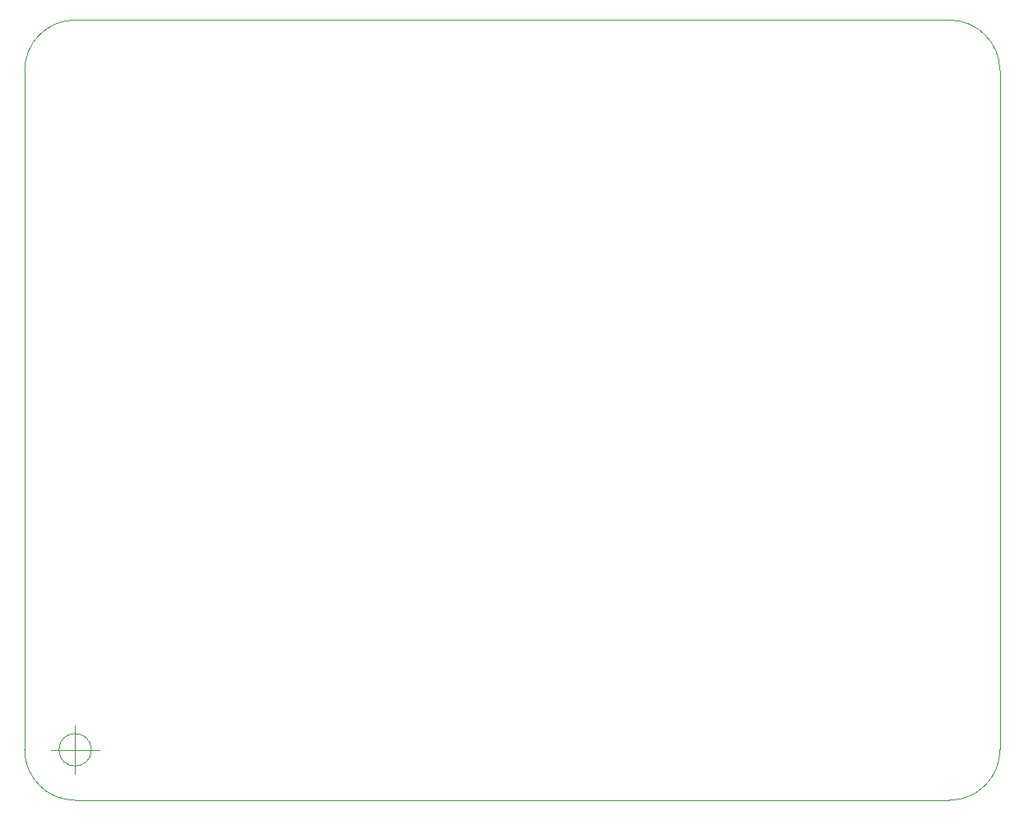
<source format=gbr>
%TF.GenerationSoftware,KiCad,Pcbnew,(6.0.0)*%
%TF.CreationDate,2022-01-08T20:11:28+01:00*%
%TF.ProjectId,ma12070p_amp_v06,6d613132-3037-4307-905f-616d705f7630,rev?*%
%TF.SameCoordinates,Original*%
%TF.FileFunction,Other,User*%
%FSLAX45Y45*%
G04 Gerber Fmt 4.5, Leading zero omitted, Abs format (unit mm)*
G04 Created by KiCad (PCBNEW (6.0.0)) date 2022-01-08 20:11:28*
%MOMM*%
%LPD*%
G01*
G04 APERTURE LIST*
%TA.AperFunction,Profile*%
%ADD10C,0.050000*%
%TD*%
G04 APERTURE END LIST*
D10*
X10980000Y-11900000D02*
G75*
G03*
X11500000Y-12420000I520000J0D01*
G01*
X20500000Y-12419376D02*
G75*
G03*
X21019375Y-11899375I0J519376D01*
G01*
X11500000Y-4380000D02*
G75*
G03*
X10980000Y-4900000I0J-520000D01*
G01*
X21019375Y-4900000D02*
G75*
G03*
X20500000Y-4380625I-519375J0D01*
G01*
X21019375Y-4900000D02*
X21019375Y-11899375D01*
X11500000Y-4380000D02*
X20500000Y-4380625D01*
X10980000Y-11900000D02*
X10980000Y-4900000D01*
X20500000Y-12419376D02*
X11500000Y-12420000D01*
X11666667Y-11900000D02*
G75*
G03*
X11666667Y-11900000I-166667J0D01*
G01*
X11250000Y-11900000D02*
X11750000Y-11900000D01*
X11500000Y-11650000D02*
X11500000Y-12150000D01*
M02*

</source>
